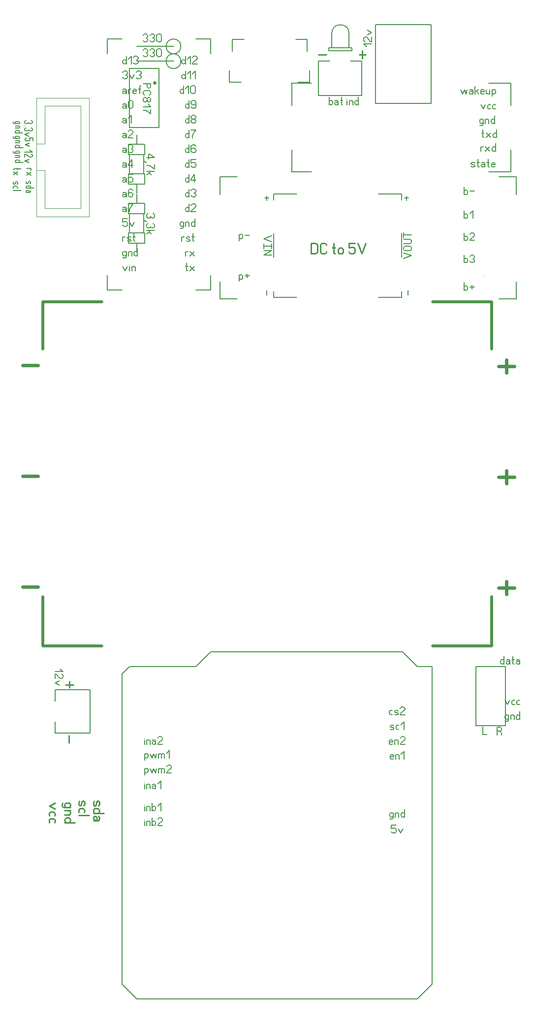
<source format=gbr>
%FSLAX34Y34*%
%MOMM*%
%LNSILK_TOP*%
G71*
G01*
%ADD10C, 0.00*%
%ADD11C, 0.17*%
%ADD12C, 0.20*%
%ADD13C, 0.50*%
%ADD14C, 0.56*%
%ADD15C, 0.22*%
%ADD16C, 0.28*%
%ADD17C, 0.17*%
%ADD18C, 0.22*%
%LPD*%
G54D10*
X43900Y-126600D02*
X43900Y-330600D01*
X133900Y-330600D01*
X133900Y-126600D01*
X43900Y-126600D01*
G54D10*
X43900Y-205600D02*
X57900Y-205600D01*
X57900Y-140600D01*
X119900Y-140600D01*
X119900Y-316600D01*
X57900Y-316600D01*
X57900Y-251600D01*
X43900Y-251600D01*
X43900Y-205600D01*
G54D11*
X26858Y-270250D02*
X26025Y-271583D01*
X26025Y-272917D01*
X26858Y-274250D01*
X28525Y-274250D01*
X29358Y-273583D01*
X30192Y-270917D01*
X31025Y-270250D01*
X32692Y-270250D01*
X33525Y-271583D01*
X33525Y-272917D01*
X32692Y-274250D01*
G54D11*
X26025Y-281950D02*
X39358Y-281950D01*
G54D11*
X31358Y-281950D02*
X33025Y-281283D01*
X33525Y-279950D01*
X33025Y-278617D01*
X31358Y-277950D01*
X28025Y-277950D01*
X26358Y-278617D01*
X26025Y-279950D01*
X26358Y-281283D01*
X28025Y-281950D01*
G54D11*
X32692Y-285650D02*
X33525Y-286983D01*
X33525Y-288583D01*
X31858Y-289650D01*
X26025Y-289650D01*
G54D11*
X28525Y-289650D02*
X30192Y-288983D01*
X30525Y-287650D01*
X30192Y-286317D01*
X28525Y-285650D01*
X26858Y-285917D01*
X26025Y-286983D01*
X26025Y-287650D01*
X26025Y-287917D01*
X26858Y-288983D01*
X28525Y-289650D01*
G54D11*
X26350Y-248225D02*
X33850Y-248225D01*
G54D11*
X32183Y-248225D02*
X33850Y-249558D01*
X33850Y-250892D01*
G54D11*
X33850Y-254625D02*
X26350Y-259958D01*
G54D11*
X26350Y-254625D02*
X33850Y-259958D01*
G54D11*
X34208Y-165450D02*
X35875Y-166117D01*
X36708Y-167450D01*
X36708Y-168783D01*
X35875Y-170117D01*
X34208Y-170783D01*
X32542Y-170783D01*
X30875Y-170117D01*
X30042Y-168783D01*
X29208Y-170117D01*
X27542Y-170783D01*
X25875Y-170783D01*
X24208Y-170117D01*
X23375Y-168783D01*
X23375Y-167450D01*
X24208Y-166117D01*
X25875Y-165450D01*
G54D11*
X23375Y-174450D02*
X23375Y-174450D01*
G54D11*
X34208Y-178150D02*
X35875Y-178817D01*
X36708Y-180150D01*
X36708Y-181483D01*
X35875Y-182817D01*
X34208Y-183483D01*
X32542Y-183483D01*
X30875Y-182817D01*
X30042Y-181483D01*
X29208Y-182817D01*
X27542Y-183483D01*
X25875Y-183483D01*
X24208Y-182817D01*
X23375Y-181483D01*
X23375Y-180150D01*
X24208Y-178817D01*
X25875Y-178150D01*
G54D11*
X30875Y-187150D02*
X23375Y-189817D01*
X30875Y-192483D01*
G54D11*
X37258Y-200733D02*
X37258Y-195400D01*
X31425Y-195400D01*
X31425Y-196067D01*
X32258Y-197400D01*
X32258Y-198733D01*
X31425Y-200067D01*
X29758Y-200733D01*
X26425Y-200733D01*
X24758Y-200067D01*
X23925Y-198733D01*
X23925Y-197400D01*
X24758Y-196067D01*
X26425Y-195400D01*
G54D11*
X31425Y-204400D02*
X23925Y-207067D01*
X31425Y-209733D01*
G54D11*
X4633Y-271012D02*
X3800Y-272346D01*
X3800Y-273679D01*
X4633Y-275012D01*
X6300Y-275012D01*
X7133Y-274346D01*
X7967Y-271679D01*
X8800Y-271012D01*
X10467Y-271012D01*
X11300Y-272346D01*
X11300Y-273679D01*
X10467Y-275012D01*
G54D11*
X10800Y-282046D02*
X11300Y-280712D01*
X10800Y-279379D01*
X9133Y-278712D01*
X5800Y-278712D01*
X4133Y-279379D01*
X3800Y-280712D01*
X4133Y-282046D01*
G54D11*
X3800Y-285712D02*
X17133Y-285712D01*
G54D11*
X17083Y-248546D02*
X4583Y-248546D01*
X3750Y-249212D01*
X4083Y-249879D01*
G54D11*
X11250Y-247212D02*
X11250Y-249879D01*
G54D11*
X11250Y-253612D02*
X3750Y-258946D01*
G54D11*
X3750Y-253612D02*
X11250Y-258946D01*
G54D11*
X4638Y-192462D02*
X3804Y-193796D01*
X3804Y-194729D01*
X4638Y-196062D01*
X6304Y-196462D01*
X14638Y-196462D01*
G54D11*
X12471Y-196462D02*
X14138Y-195796D01*
X14638Y-194462D01*
X14138Y-193129D01*
X12471Y-192462D01*
X9138Y-192462D01*
X7471Y-193129D01*
X7138Y-194462D01*
X7471Y-195796D01*
X9138Y-196462D01*
G54D11*
X7138Y-200162D02*
X14638Y-200162D01*
G54D11*
X12971Y-200162D02*
X14138Y-200829D01*
X14638Y-202162D01*
X14138Y-203496D01*
X12971Y-204162D01*
X7138Y-204162D01*
G54D11*
X7138Y-211862D02*
X20471Y-211862D01*
G54D11*
X12471Y-211862D02*
X14138Y-211196D01*
X14638Y-209862D01*
X14138Y-208529D01*
X12471Y-207862D01*
X9138Y-207862D01*
X7471Y-208529D01*
X7138Y-209862D01*
X7471Y-211196D01*
X9138Y-211862D01*
G54D11*
X4450Y-167062D02*
X3617Y-168396D01*
X3617Y-169329D01*
X4450Y-170662D01*
X6117Y-171062D01*
X14450Y-171062D01*
G54D11*
X12283Y-171062D02*
X13950Y-170396D01*
X14450Y-169062D01*
X13950Y-167729D01*
X12283Y-167062D01*
X8950Y-167062D01*
X7283Y-167729D01*
X6950Y-169062D01*
X7283Y-170396D01*
X8950Y-171062D01*
G54D11*
X6950Y-174762D02*
X14450Y-174762D01*
G54D11*
X12783Y-174762D02*
X13950Y-175429D01*
X14450Y-176762D01*
X13950Y-178096D01*
X12783Y-178762D01*
X6950Y-178762D01*
G54D11*
X6950Y-186462D02*
X20283Y-186462D01*
G54D11*
X12283Y-186462D02*
X13950Y-185796D01*
X14450Y-184462D01*
X13950Y-183129D01*
X12283Y-182462D01*
X8950Y-182462D01*
X7283Y-183129D01*
X6950Y-184462D01*
X7283Y-185796D01*
X8950Y-186462D01*
G54D12*
X204000Y-325600D02*
X204000Y-358600D01*
G54D12*
X228000Y-325600D02*
X228000Y-358600D01*
G54D12*
X202000Y-307600D02*
X202000Y-325600D01*
X230000Y-325600D01*
X230000Y-307600D01*
X202000Y-307600D01*
G54D12*
X202000Y-358600D02*
X202000Y-376600D01*
X230000Y-376600D01*
X230000Y-358600D01*
X202000Y-358600D01*
G54D12*
X215900Y-392100D02*
X215900Y-376500D01*
G54D12*
X215900Y-307600D02*
X215900Y-292100D01*
G54D12*
X204000Y-224000D02*
X204000Y-257000D01*
G54D12*
X228000Y-224000D02*
X228000Y-257000D01*
G54D12*
X202000Y-206000D02*
X202000Y-224000D01*
X230000Y-224000D01*
X230000Y-206000D01*
X202000Y-206000D01*
G54D12*
X202000Y-257000D02*
X202000Y-275000D01*
X230000Y-275000D01*
X230000Y-257000D01*
X202000Y-257000D01*
G54D12*
X215900Y-290500D02*
X215900Y-274900D01*
G54D12*
X215900Y-206000D02*
X215900Y-190500D01*
G54D12*
X380650Y-46400D02*
X380650Y-26400D01*
X400650Y-26400D01*
G54D12*
X489650Y-26400D02*
X509650Y-26400D01*
X509650Y-46400D01*
G54D12*
X375650Y-79400D02*
X375650Y-99400D01*
X395650Y-99400D01*
G54D12*
X493650Y-99400D02*
X513650Y-99400D01*
X513650Y-79400D01*
G54D12*
X698500Y-1676400D02*
X723900Y-1651000D01*
X723900Y-1104900D01*
X698500Y-1104900D01*
X673100Y-1079500D01*
X342900Y-1079500D01*
X317500Y-1104900D01*
X203200Y-1104900D01*
X190500Y-1117600D01*
X190500Y-1651000D01*
G54D12*
X698500Y-1676400D02*
X215900Y-1676400D01*
X190500Y-1651000D01*
G54D11*
X229475Y-1238150D02*
X229475Y-1230650D01*
G54D11*
X229475Y-1228150D02*
X229475Y-1228150D01*
G54D11*
X233175Y-1238150D02*
X233175Y-1230650D01*
G54D11*
X233175Y-1232317D02*
X234175Y-1231150D01*
X236175Y-1230650D01*
X238175Y-1231150D01*
X239175Y-1232317D01*
X239175Y-1238150D01*
G54D11*
X242875Y-1231483D02*
X244875Y-1230650D01*
X247275Y-1230650D01*
X248875Y-1232317D01*
X248875Y-1238150D01*
G54D11*
X248875Y-1235650D02*
X247875Y-1233983D01*
X245875Y-1233650D01*
X243875Y-1233983D01*
X242875Y-1235650D01*
X243275Y-1237317D01*
X244875Y-1238150D01*
X245875Y-1238150D01*
X246275Y-1238150D01*
X247875Y-1237317D01*
X248875Y-1235650D01*
G54D11*
X260575Y-1238150D02*
X252575Y-1238150D01*
X252575Y-1237317D01*
X253575Y-1235650D01*
X259575Y-1230650D01*
X260575Y-1228983D01*
X260575Y-1227317D01*
X259575Y-1225650D01*
X257575Y-1224817D01*
X255575Y-1224817D01*
X253575Y-1225650D01*
X252575Y-1227317D01*
G54D11*
X229475Y-1254400D02*
X229475Y-1265233D01*
G54D11*
X229475Y-1259400D02*
X230475Y-1261567D01*
X232475Y-1261900D01*
X234475Y-1261567D01*
X235475Y-1259900D01*
X235475Y-1256567D01*
X234475Y-1254900D01*
X232475Y-1254400D01*
X230475Y-1254900D01*
X229475Y-1256900D01*
G54D11*
X239175Y-1254400D02*
X242175Y-1261900D01*
X245175Y-1254400D01*
X248175Y-1261900D01*
X250175Y-1254400D01*
G54D11*
X253875Y-1261900D02*
X253875Y-1254400D01*
G54D11*
X253875Y-1255733D02*
X255875Y-1254400D01*
X257875Y-1254900D01*
X258875Y-1256067D01*
X258875Y-1261900D01*
G54D11*
X258875Y-1255733D02*
X260875Y-1254400D01*
X262875Y-1254900D01*
X263875Y-1256067D01*
X263875Y-1261900D01*
G54D11*
X267575Y-1253567D02*
X272575Y-1248567D01*
X272575Y-1261900D01*
G54D11*
X229475Y-1279800D02*
X229475Y-1290633D01*
G54D11*
X229475Y-1284800D02*
X230475Y-1286967D01*
X232475Y-1287300D01*
X234475Y-1286967D01*
X235475Y-1285300D01*
X235475Y-1281967D01*
X234475Y-1280300D01*
X232475Y-1279800D01*
X230475Y-1280300D01*
X229475Y-1282300D01*
G54D11*
X239175Y-1279800D02*
X242175Y-1287300D01*
X245175Y-1279800D01*
X248175Y-1287300D01*
X250175Y-1279800D01*
G54D11*
X253875Y-1287300D02*
X253875Y-1279800D01*
G54D11*
X253875Y-1281133D02*
X255875Y-1279800D01*
X257875Y-1280300D01*
X258875Y-1281467D01*
X258875Y-1287300D01*
G54D11*
X258875Y-1281133D02*
X260875Y-1279800D01*
X262875Y-1280300D01*
X263875Y-1281467D01*
X263875Y-1287300D01*
G54D11*
X275575Y-1287300D02*
X267575Y-1287300D01*
X267575Y-1286467D01*
X268575Y-1284800D01*
X274575Y-1279800D01*
X275575Y-1278133D01*
X275575Y-1276467D01*
X274575Y-1274800D01*
X272575Y-1273967D01*
X270575Y-1273967D01*
X268575Y-1274800D01*
X267575Y-1276467D01*
G54D11*
X229475Y-1314350D02*
X229475Y-1306850D01*
G54D11*
X229475Y-1304350D02*
X229475Y-1304350D01*
G54D11*
X233175Y-1314350D02*
X233175Y-1306850D01*
G54D11*
X233175Y-1308517D02*
X234175Y-1307350D01*
X236175Y-1306850D01*
X238175Y-1307350D01*
X239175Y-1308517D01*
X239175Y-1314350D01*
G54D11*
X242875Y-1307683D02*
X244875Y-1306850D01*
X247275Y-1306850D01*
X248875Y-1308517D01*
X248875Y-1314350D01*
G54D11*
X248875Y-1311850D02*
X247875Y-1310183D01*
X245875Y-1309850D01*
X243875Y-1310183D01*
X242875Y-1311850D01*
X243275Y-1313517D01*
X244875Y-1314350D01*
X245875Y-1314350D01*
X246275Y-1314350D01*
X247875Y-1313517D01*
X248875Y-1311850D01*
G54D11*
X252575Y-1306017D02*
X257575Y-1301017D01*
X257575Y-1314350D01*
G54D11*
X229475Y-1352450D02*
X229475Y-1344950D01*
G54D11*
X229475Y-1342450D02*
X229475Y-1342450D01*
G54D11*
X233175Y-1352450D02*
X233175Y-1344950D01*
G54D11*
X233175Y-1346617D02*
X234175Y-1345450D01*
X236175Y-1344950D01*
X238175Y-1345450D01*
X239175Y-1346617D01*
X239175Y-1352450D01*
G54D11*
X242875Y-1352450D02*
X242875Y-1339117D01*
G54D11*
X242875Y-1347117D02*
X243875Y-1345450D01*
X245875Y-1344950D01*
X247875Y-1345450D01*
X248875Y-1347117D01*
X248875Y-1350450D01*
X247875Y-1352117D01*
X245875Y-1352450D01*
X243875Y-1352117D01*
X242875Y-1350450D01*
G54D11*
X252575Y-1344117D02*
X257575Y-1339117D01*
X257575Y-1352450D01*
G54D11*
X229475Y-1377850D02*
X229475Y-1370350D01*
G54D11*
X229475Y-1367850D02*
X229475Y-1367850D01*
G54D11*
X233175Y-1377850D02*
X233175Y-1370350D01*
G54D11*
X233175Y-1372017D02*
X234175Y-1370850D01*
X236175Y-1370350D01*
X238175Y-1370850D01*
X239175Y-1372017D01*
X239175Y-1377850D01*
G54D11*
X242875Y-1377850D02*
X242875Y-1364517D01*
G54D11*
X242875Y-1372517D02*
X243875Y-1370850D01*
X245875Y-1370350D01*
X247875Y-1370850D01*
X248875Y-1372517D01*
X248875Y-1375850D01*
X247875Y-1377517D01*
X245875Y-1377850D01*
X243875Y-1377517D01*
X242875Y-1375850D01*
G54D11*
X260575Y-1377850D02*
X252575Y-1377850D01*
X252575Y-1377017D01*
X253575Y-1375350D01*
X259575Y-1370350D01*
X260575Y-1368683D01*
X260575Y-1367017D01*
X259575Y-1365350D01*
X257575Y-1364517D01*
X255575Y-1364517D01*
X253575Y-1365350D01*
X252575Y-1367017D01*
G54D11*
X657925Y-1262717D02*
X656325Y-1263550D01*
X654325Y-1263550D01*
X652325Y-1262717D01*
X651925Y-1261050D01*
X651925Y-1258217D01*
X652925Y-1256550D01*
X654925Y-1256050D01*
X656925Y-1256550D01*
X657925Y-1257717D01*
X657925Y-1259383D01*
X651925Y-1259383D01*
G54D11*
X661625Y-1263550D02*
X661625Y-1256050D01*
G54D11*
X661625Y-1257717D02*
X662625Y-1256550D01*
X664625Y-1256050D01*
X666625Y-1256550D01*
X667625Y-1257717D01*
X667625Y-1263550D01*
G54D11*
X671325Y-1255217D02*
X676325Y-1250217D01*
X676325Y-1263550D01*
G54D11*
X656425Y-1237317D02*
X654825Y-1238150D01*
X652825Y-1238150D01*
X650825Y-1237317D01*
X650425Y-1235650D01*
X650425Y-1232817D01*
X651425Y-1231150D01*
X653425Y-1230650D01*
X655425Y-1231150D01*
X656425Y-1232317D01*
X656425Y-1233983D01*
X650425Y-1233983D01*
G54D11*
X660125Y-1238150D02*
X660125Y-1230650D01*
G54D11*
X660125Y-1232317D02*
X661125Y-1231150D01*
X663125Y-1230650D01*
X665125Y-1231150D01*
X666125Y-1232317D01*
X666125Y-1238150D01*
G54D11*
X677825Y-1238150D02*
X669825Y-1238150D01*
X669825Y-1237317D01*
X670825Y-1235650D01*
X676825Y-1230650D01*
X677825Y-1228983D01*
X677825Y-1227317D01*
X676825Y-1225650D01*
X674825Y-1224817D01*
X672825Y-1224817D01*
X670825Y-1225650D01*
X669825Y-1227317D01*
G54D11*
X652425Y-1211917D02*
X654425Y-1212750D01*
X656425Y-1212750D01*
X658425Y-1211917D01*
X658425Y-1210250D01*
X657425Y-1209417D01*
X653425Y-1208583D01*
X652425Y-1207750D01*
X652425Y-1206083D01*
X654425Y-1205250D01*
X656425Y-1205250D01*
X658425Y-1206083D01*
G54D11*
X667125Y-1205750D02*
X665125Y-1205250D01*
X663125Y-1205750D01*
X662125Y-1207417D01*
X662125Y-1210750D01*
X663125Y-1212417D01*
X665125Y-1212750D01*
X667125Y-1212417D01*
G54D11*
X670825Y-1204417D02*
X675825Y-1199417D01*
X675825Y-1212750D01*
G54D11*
X655925Y-1180350D02*
X653925Y-1179850D01*
X651925Y-1180350D01*
X650925Y-1182017D01*
X650925Y-1185350D01*
X651925Y-1187017D01*
X653925Y-1187350D01*
X655925Y-1187017D01*
G54D11*
X659625Y-1186517D02*
X661625Y-1187350D01*
X663625Y-1187350D01*
X665625Y-1186517D01*
X665625Y-1184850D01*
X664625Y-1184017D01*
X660625Y-1183183D01*
X659625Y-1182350D01*
X659625Y-1180683D01*
X661625Y-1179850D01*
X663625Y-1179850D01*
X665625Y-1180683D01*
G54D11*
X677325Y-1187350D02*
X669325Y-1187350D01*
X669325Y-1186517D01*
X670325Y-1184850D01*
X676325Y-1179850D01*
X677325Y-1178183D01*
X677325Y-1176517D01*
X676325Y-1174850D01*
X674325Y-1174017D01*
X672325Y-1174017D01*
X670325Y-1174850D01*
X669325Y-1176517D01*
G54D11*
X662275Y-1377217D02*
X654275Y-1377217D01*
X654275Y-1383050D01*
X655275Y-1383050D01*
X657275Y-1382217D01*
X659275Y-1382217D01*
X661275Y-1383050D01*
X662275Y-1384717D01*
X662275Y-1388050D01*
X661275Y-1389717D01*
X659275Y-1390550D01*
X657275Y-1390550D01*
X655275Y-1389717D01*
X654275Y-1388050D01*
G54D11*
X665975Y-1383050D02*
X669975Y-1390550D01*
X673975Y-1383050D01*
G54D11*
X651425Y-1365950D02*
X653425Y-1366783D01*
X654825Y-1366783D01*
X656825Y-1365950D01*
X657425Y-1364283D01*
X657425Y-1355950D01*
G54D11*
X657425Y-1358117D02*
X656425Y-1356450D01*
X654425Y-1355950D01*
X652425Y-1356450D01*
X651425Y-1358117D01*
X651425Y-1361450D01*
X652425Y-1363117D01*
X654425Y-1363450D01*
X656425Y-1363117D01*
X657425Y-1361450D01*
G54D11*
X661125Y-1363450D02*
X661125Y-1355950D01*
G54D11*
X661125Y-1357617D02*
X662125Y-1356450D01*
X664125Y-1355950D01*
X666125Y-1356450D01*
X667125Y-1357617D01*
X667125Y-1363450D01*
G54D11*
X676825Y-1363450D02*
X676825Y-1350117D01*
G54D11*
X676825Y-1358117D02*
X675825Y-1356450D01*
X673825Y-1355950D01*
X671825Y-1356450D01*
X670825Y-1358117D01*
X670825Y-1361450D01*
X671825Y-1363117D01*
X673825Y-1363450D01*
X675825Y-1363117D01*
X676825Y-1361450D01*
G54D12*
X859600Y-139700D02*
X859600Y-101600D01*
X821500Y-101600D01*
G54D12*
X859600Y-215900D02*
X859600Y-254000D01*
X821500Y-254000D01*
G54D12*
X516700Y-254000D02*
X482569Y-254000D01*
G54D12*
X516700Y-101600D02*
X482569Y-101600D01*
G54D12*
X483362Y-252412D02*
X483362Y-215900D01*
G54D12*
X483362Y-101600D02*
X483362Y-139700D01*
G54D11*
X791575Y-244404D02*
X793575Y-245238D01*
X795575Y-245238D01*
X797575Y-244404D01*
X797575Y-242738D01*
X796575Y-241904D01*
X792575Y-241071D01*
X791575Y-240238D01*
X791575Y-238571D01*
X793575Y-237738D01*
X795575Y-237738D01*
X797575Y-238571D01*
G54D11*
X803275Y-231904D02*
X803275Y-244404D01*
X804275Y-245238D01*
X805275Y-244904D01*
G54D11*
X801275Y-237738D02*
X805275Y-237738D01*
G54D11*
X808975Y-238571D02*
X810975Y-237738D01*
X813375Y-237738D01*
X814975Y-239404D01*
X814975Y-245238D01*
G54D11*
X814975Y-242738D02*
X813975Y-241071D01*
X811975Y-240738D01*
X809975Y-241071D01*
X808975Y-242738D01*
X809375Y-244404D01*
X810975Y-245238D01*
X811975Y-245238D01*
X812375Y-245238D01*
X813975Y-244404D01*
X814975Y-242738D01*
G54D11*
X820675Y-231904D02*
X820675Y-244404D01*
X821675Y-245238D01*
X822675Y-244904D01*
G54D11*
X818675Y-237738D02*
X822675Y-237738D01*
G54D11*
X832375Y-244404D02*
X830775Y-245238D01*
X828775Y-245238D01*
X826775Y-244404D01*
X826375Y-242738D01*
X826375Y-239904D01*
X827375Y-238238D01*
X829375Y-237738D01*
X831375Y-238238D01*
X832375Y-239404D01*
X832375Y-241071D01*
X826375Y-241071D01*
G54D11*
X773825Y-112225D02*
X776825Y-119725D01*
X779825Y-112225D01*
X782825Y-119725D01*
X784825Y-112225D01*
G54D11*
X788525Y-113058D02*
X790525Y-112225D01*
X792925Y-112225D01*
X794525Y-113892D01*
X794525Y-119725D01*
G54D11*
X794525Y-117225D02*
X793525Y-115558D01*
X791525Y-115225D01*
X789525Y-115558D01*
X788525Y-117225D01*
X788925Y-118892D01*
X790525Y-119725D01*
X791525Y-119725D01*
X791925Y-119725D01*
X793525Y-118892D01*
X794525Y-117225D01*
G54D11*
X798225Y-119725D02*
X798225Y-106392D01*
G54D11*
X801225Y-114725D02*
X804225Y-119725D01*
G54D11*
X798225Y-116392D02*
X804225Y-112225D01*
G54D11*
X813925Y-118892D02*
X812325Y-119725D01*
X810325Y-119725D01*
X808325Y-118892D01*
X807925Y-117225D01*
X807925Y-114392D01*
X808925Y-112725D01*
X810925Y-112225D01*
X812925Y-112725D01*
X813925Y-113892D01*
X813925Y-115558D01*
X807925Y-115558D01*
G54D11*
X823625Y-112225D02*
X823625Y-119725D01*
G54D11*
X823625Y-118058D02*
X822625Y-119392D01*
X820625Y-119725D01*
X818625Y-119392D01*
X817625Y-118058D01*
X817625Y-112225D01*
G54D11*
X827325Y-112225D02*
X827325Y-123058D01*
G54D11*
X827325Y-117225D02*
X828325Y-119392D01*
X830325Y-119725D01*
X832325Y-119392D01*
X833325Y-117725D01*
X833325Y-114392D01*
X832325Y-112725D01*
X830325Y-112225D01*
X828325Y-112725D01*
X827325Y-114725D01*
G54D11*
X807975Y-138000D02*
X811975Y-145500D01*
X815975Y-138000D01*
G54D11*
X824675Y-138500D02*
X822675Y-138000D01*
X820675Y-138500D01*
X819675Y-140167D01*
X819675Y-143500D01*
X820675Y-145167D01*
X822675Y-145500D01*
X824675Y-145167D01*
G54D11*
X833375Y-138500D02*
X831375Y-138000D01*
X829375Y-138500D01*
X828375Y-140167D01*
X828375Y-143500D01*
X829375Y-145167D01*
X831375Y-145500D01*
X833375Y-145167D01*
G54D11*
X806362Y-173012D02*
X808362Y-173846D01*
X809762Y-173846D01*
X811762Y-173012D01*
X812362Y-171346D01*
X812362Y-163012D01*
G54D11*
X812362Y-165179D02*
X811362Y-163512D01*
X809362Y-163012D01*
X807362Y-163512D01*
X806362Y-165179D01*
X806362Y-168512D01*
X807362Y-170179D01*
X809362Y-170512D01*
X811362Y-170179D01*
X812362Y-168512D01*
G54D11*
X816062Y-170512D02*
X816062Y-163012D01*
G54D11*
X816062Y-164679D02*
X817062Y-163512D01*
X819062Y-163012D01*
X821062Y-163512D01*
X822062Y-164679D01*
X822062Y-170512D01*
G54D11*
X831762Y-170512D02*
X831762Y-157179D01*
G54D11*
X831762Y-165179D02*
X830762Y-163512D01*
X828762Y-163012D01*
X826762Y-163512D01*
X825762Y-165179D01*
X825762Y-168512D01*
X826762Y-170179D01*
X828762Y-170512D01*
X830762Y-170179D01*
X831762Y-168512D01*
G54D11*
X811588Y-181104D02*
X811588Y-193604D01*
X812588Y-194438D01*
X813588Y-194104D01*
G54D11*
X809588Y-186938D02*
X813588Y-186938D01*
G54D11*
X817288Y-186938D02*
X825288Y-194438D01*
G54D11*
X817288Y-194438D02*
X825288Y-186938D01*
G54D11*
X834988Y-194438D02*
X834988Y-181104D01*
G54D11*
X834988Y-189104D02*
X833988Y-187438D01*
X831988Y-186938D01*
X829988Y-187438D01*
X828988Y-189104D01*
X828988Y-192438D01*
X829988Y-194104D01*
X831988Y-194438D01*
X833988Y-194104D01*
X834988Y-192438D01*
G54D11*
X808025Y-218250D02*
X808025Y-210750D01*
G54D11*
X808025Y-212417D02*
X810025Y-210750D01*
X812025Y-210750D01*
G54D11*
X815725Y-210750D02*
X823725Y-218250D01*
G54D11*
X815725Y-218250D02*
X823725Y-210750D01*
G54D11*
X833425Y-218250D02*
X833425Y-204917D01*
G54D11*
X833425Y-212917D02*
X832425Y-211250D01*
X830425Y-210750D01*
X828425Y-211250D01*
X827425Y-212917D01*
X827425Y-216250D01*
X828425Y-217917D01*
X830425Y-218250D01*
X832425Y-217917D01*
X833425Y-216250D01*
G54D11*
X302075Y-410492D02*
X302075Y-422992D01*
X303075Y-423825D01*
X304075Y-423492D01*
G54D11*
X300075Y-416325D02*
X304075Y-416325D01*
G54D11*
X307775Y-416325D02*
X315775Y-423825D01*
G54D11*
X307775Y-423825D02*
X315775Y-416325D01*
G54D11*
X300075Y-398425D02*
X300075Y-390925D01*
G54D11*
X300075Y-392592D02*
X302075Y-390925D01*
X304075Y-390925D01*
G54D11*
X307775Y-390925D02*
X315775Y-398425D01*
G54D11*
X307775Y-398425D02*
X315775Y-390925D01*
G54D11*
X293725Y-373025D02*
X293725Y-365525D01*
G54D11*
X293725Y-367192D02*
X295725Y-365525D01*
X297725Y-365525D01*
G54D11*
X301425Y-372192D02*
X303425Y-373025D01*
X305425Y-373025D01*
X307425Y-372192D01*
X307425Y-370525D01*
X306425Y-369692D01*
X302425Y-368858D01*
X301425Y-368025D01*
X301425Y-366358D01*
X303425Y-365525D01*
X305425Y-365525D01*
X307425Y-366358D01*
G54D11*
X313125Y-359692D02*
X313125Y-372192D01*
X314125Y-373025D01*
X315125Y-372692D01*
G54D11*
X311125Y-365525D02*
X315125Y-365525D01*
G54D11*
X290550Y-350000D02*
X292550Y-350833D01*
X293950Y-350833D01*
X295950Y-350000D01*
X296550Y-348333D01*
X296550Y-340000D01*
G54D11*
X296550Y-342167D02*
X295550Y-340500D01*
X293550Y-340000D01*
X291550Y-340500D01*
X290550Y-342167D01*
X290550Y-345500D01*
X291550Y-347167D01*
X293550Y-347500D01*
X295550Y-347167D01*
X296550Y-345500D01*
G54D11*
X300250Y-347500D02*
X300250Y-340000D01*
G54D11*
X300250Y-341667D02*
X301250Y-340500D01*
X303250Y-340000D01*
X305250Y-340500D01*
X306250Y-341667D01*
X306250Y-347500D01*
G54D11*
X315950Y-347500D02*
X315950Y-334167D01*
G54D11*
X315950Y-342167D02*
X314950Y-340500D01*
X312950Y-340000D01*
X310950Y-340500D01*
X309950Y-342167D01*
X309950Y-345500D01*
X310950Y-347167D01*
X312950Y-347500D01*
X314950Y-347167D01*
X315950Y-345500D01*
G54D11*
X306075Y-322225D02*
X306075Y-308892D01*
G54D11*
X306075Y-316892D02*
X305075Y-315225D01*
X303075Y-314725D01*
X301075Y-315225D01*
X300075Y-316892D01*
X300075Y-320225D01*
X301075Y-321892D01*
X303075Y-322225D01*
X305075Y-321892D01*
X306075Y-320225D01*
G54D11*
X317775Y-322225D02*
X309775Y-322225D01*
X309775Y-321392D01*
X310775Y-319725D01*
X316775Y-314725D01*
X317775Y-313058D01*
X317775Y-311392D01*
X316775Y-309725D01*
X314775Y-308892D01*
X312775Y-308892D01*
X310775Y-309725D01*
X309775Y-311392D01*
G54D11*
X306075Y-296825D02*
X306075Y-283492D01*
G54D11*
X306075Y-291492D02*
X305075Y-289825D01*
X303075Y-289325D01*
X301075Y-289825D01*
X300075Y-291492D01*
X300075Y-294825D01*
X301075Y-296492D01*
X303075Y-296825D01*
X305075Y-296492D01*
X306075Y-294825D01*
G54D11*
X309775Y-285992D02*
X310775Y-284325D01*
X312775Y-283492D01*
X314775Y-283492D01*
X316775Y-284325D01*
X317775Y-285992D01*
X317775Y-287658D01*
X316775Y-289325D01*
X314775Y-290158D01*
X316775Y-290992D01*
X317775Y-292658D01*
X317775Y-294325D01*
X316775Y-295992D01*
X314775Y-296825D01*
X312775Y-296825D01*
X310775Y-295992D01*
X309775Y-294325D01*
G54D11*
X306075Y-271425D02*
X306075Y-258092D01*
G54D11*
X306075Y-266092D02*
X305075Y-264425D01*
X303075Y-263925D01*
X301075Y-264425D01*
X300075Y-266092D01*
X300075Y-269425D01*
X301075Y-271092D01*
X303075Y-271425D01*
X305075Y-271092D01*
X306075Y-269425D01*
G54D11*
X315775Y-271425D02*
X315775Y-258092D01*
X309775Y-266425D01*
X309775Y-268092D01*
X317775Y-268092D01*
G54D11*
X306075Y-246025D02*
X306075Y-232692D01*
G54D11*
X306075Y-240692D02*
X305075Y-239025D01*
X303075Y-238525D01*
X301075Y-239025D01*
X300075Y-240692D01*
X300075Y-244025D01*
X301075Y-245692D01*
X303075Y-246025D01*
X305075Y-245692D01*
X306075Y-244025D01*
G54D11*
X317775Y-232692D02*
X309775Y-232692D01*
X309775Y-238525D01*
X310775Y-238525D01*
X312775Y-237692D01*
X314775Y-237692D01*
X316775Y-238525D01*
X317775Y-240192D01*
X317775Y-243525D01*
X316775Y-245192D01*
X314775Y-246025D01*
X312775Y-246025D01*
X310775Y-245192D01*
X309775Y-243525D01*
G54D11*
X306075Y-220625D02*
X306075Y-207292D01*
G54D11*
X306075Y-215292D02*
X305075Y-213625D01*
X303075Y-213125D01*
X301075Y-213625D01*
X300075Y-215292D01*
X300075Y-218625D01*
X301075Y-220292D01*
X303075Y-220625D01*
X305075Y-220292D01*
X306075Y-218625D01*
G54D11*
X317775Y-209792D02*
X316775Y-208125D01*
X314775Y-207292D01*
X312775Y-207292D01*
X310775Y-208125D01*
X309775Y-209792D01*
X309775Y-213958D01*
X309775Y-214792D01*
X312775Y-213125D01*
X314775Y-213125D01*
X316775Y-213958D01*
X317775Y-215625D01*
X317775Y-218125D01*
X316775Y-219792D01*
X314775Y-220625D01*
X312775Y-220625D01*
X310775Y-219792D01*
X309775Y-218125D01*
X309775Y-213958D01*
G54D11*
X306075Y-195225D02*
X306075Y-181892D01*
G54D11*
X306075Y-189892D02*
X305075Y-188225D01*
X303075Y-187725D01*
X301075Y-188225D01*
X300075Y-189892D01*
X300075Y-193225D01*
X301075Y-194892D01*
X303075Y-195225D01*
X305075Y-194892D01*
X306075Y-193225D01*
G54D11*
X309775Y-181892D02*
X317775Y-181892D01*
X316775Y-183558D01*
X314775Y-186058D01*
X312775Y-189392D01*
X311775Y-191892D01*
X311775Y-195225D01*
G54D11*
X306075Y-169825D02*
X306075Y-156492D01*
G54D11*
X306075Y-164492D02*
X305075Y-162825D01*
X303075Y-162325D01*
X301075Y-162825D01*
X300075Y-164492D01*
X300075Y-167825D01*
X301075Y-169492D01*
X303075Y-169825D01*
X305075Y-169492D01*
X306075Y-167825D01*
G54D11*
X314775Y-163158D02*
X312775Y-163158D01*
X310775Y-162325D01*
X309775Y-160658D01*
X309775Y-158992D01*
X310775Y-157325D01*
X312775Y-156492D01*
X314775Y-156492D01*
X316775Y-157325D01*
X317775Y-158992D01*
X317775Y-160658D01*
X316775Y-162325D01*
X314775Y-163158D01*
X316775Y-163992D01*
X317775Y-165658D01*
X317775Y-167325D01*
X316775Y-168992D01*
X314775Y-169825D01*
X312775Y-169825D01*
X310775Y-168992D01*
X309775Y-167325D01*
X309775Y-165658D01*
X310775Y-163992D01*
X312775Y-163158D01*
G54D11*
X306075Y-144425D02*
X306075Y-131092D01*
G54D11*
X306075Y-139092D02*
X305075Y-137425D01*
X303075Y-136925D01*
X301075Y-137425D01*
X300075Y-139092D01*
X300075Y-142425D01*
X301075Y-144092D01*
X303075Y-144425D01*
X305075Y-144092D01*
X306075Y-142425D01*
G54D11*
X309775Y-141925D02*
X310775Y-143592D01*
X312775Y-144425D01*
X314775Y-144425D01*
X316775Y-143592D01*
X317775Y-141925D01*
X317775Y-137758D01*
X317775Y-136925D01*
X314775Y-138592D01*
X312775Y-138592D01*
X310775Y-137758D01*
X309775Y-136092D01*
X309775Y-133592D01*
X310775Y-131925D01*
X312775Y-131092D01*
X314775Y-131092D01*
X316775Y-131925D01*
X317775Y-133592D01*
X317775Y-137758D01*
G54D11*
X296550Y-119025D02*
X296550Y-105692D01*
G54D11*
X296550Y-113692D02*
X295550Y-112025D01*
X293550Y-111525D01*
X291550Y-112025D01*
X290550Y-113692D01*
X290550Y-117025D01*
X291550Y-118692D01*
X293550Y-119025D01*
X295550Y-118692D01*
X296550Y-117025D01*
G54D11*
X300250Y-110692D02*
X305250Y-105692D01*
X305250Y-119025D01*
G54D11*
X316950Y-108192D02*
X316950Y-116525D01*
X315950Y-118192D01*
X313950Y-119025D01*
X311950Y-119025D01*
X309950Y-118192D01*
X308950Y-116525D01*
X308950Y-108192D01*
X309950Y-106525D01*
X311950Y-105692D01*
X313950Y-105692D01*
X315950Y-106525D01*
X316950Y-108192D01*
G54D11*
X299725Y-93625D02*
X299725Y-80292D01*
G54D11*
X299725Y-88292D02*
X298725Y-86625D01*
X296725Y-86125D01*
X294725Y-86625D01*
X293725Y-88292D01*
X293725Y-91625D01*
X294725Y-93292D01*
X296725Y-93625D01*
X298725Y-93292D01*
X299725Y-91625D01*
G54D11*
X303425Y-85292D02*
X308425Y-80292D01*
X308425Y-93625D01*
G54D11*
X312125Y-85292D02*
X317125Y-80292D01*
X317125Y-93625D01*
G54D11*
X299725Y-68225D02*
X299725Y-54892D01*
G54D11*
X299725Y-62892D02*
X298725Y-61225D01*
X296725Y-60725D01*
X294725Y-61225D01*
X293725Y-62892D01*
X293725Y-66225D01*
X294725Y-67892D01*
X296725Y-68225D01*
X298725Y-67892D01*
X299725Y-66225D01*
G54D11*
X303425Y-59892D02*
X308425Y-54892D01*
X308425Y-68225D01*
G54D11*
X320125Y-68225D02*
X312125Y-68225D01*
X312125Y-67392D01*
X313125Y-65725D01*
X319125Y-60725D01*
X320125Y-59058D01*
X320125Y-57392D01*
X319125Y-55725D01*
X317125Y-54892D01*
X315125Y-54892D01*
X313125Y-55725D01*
X312125Y-57392D01*
G54D11*
X192125Y-416325D02*
X196125Y-423825D01*
X200125Y-416325D01*
G54D11*
X203825Y-423825D02*
X203825Y-416325D01*
G54D11*
X203825Y-413825D02*
X203825Y-413825D01*
G54D11*
X207525Y-423825D02*
X207525Y-416325D01*
G54D11*
X207525Y-417992D02*
X208525Y-416825D01*
X210525Y-416325D01*
X212525Y-416825D01*
X213525Y-417992D01*
X213525Y-423825D01*
G54D11*
X192125Y-400800D02*
X194125Y-401633D01*
X195525Y-401633D01*
X197525Y-400800D01*
X198125Y-399133D01*
X198125Y-390800D01*
G54D11*
X198125Y-392967D02*
X197125Y-391300D01*
X195125Y-390800D01*
X193125Y-391300D01*
X192125Y-392967D01*
X192125Y-396300D01*
X193125Y-397967D01*
X195125Y-398300D01*
X197125Y-397967D01*
X198125Y-396300D01*
G54D11*
X201825Y-398300D02*
X201825Y-390800D01*
G54D11*
X201825Y-392467D02*
X202825Y-391300D01*
X204825Y-390800D01*
X206825Y-391300D01*
X207825Y-392467D01*
X207825Y-398300D01*
G54D11*
X217525Y-398300D02*
X217525Y-384967D01*
G54D11*
X217525Y-392967D02*
X216525Y-391300D01*
X214525Y-390800D01*
X212525Y-391300D01*
X211525Y-392967D01*
X211525Y-396300D01*
X212525Y-397967D01*
X214525Y-398300D01*
X216525Y-397967D01*
X217525Y-396300D01*
G54D11*
X192125Y-373025D02*
X192125Y-365525D01*
G54D11*
X192125Y-367192D02*
X194125Y-365525D01*
X196125Y-365525D01*
G54D11*
X199825Y-372192D02*
X201825Y-373025D01*
X203825Y-373025D01*
X205825Y-372192D01*
X205825Y-370525D01*
X204825Y-369692D01*
X200825Y-368858D01*
X199825Y-368025D01*
X199825Y-366358D01*
X201825Y-365525D01*
X203825Y-365525D01*
X205825Y-366358D01*
G54D11*
X211525Y-359692D02*
X211525Y-372192D01*
X212525Y-373025D01*
X213525Y-372692D01*
G54D11*
X209525Y-365525D02*
X213525Y-365525D01*
G54D11*
X200125Y-334292D02*
X192125Y-334292D01*
X192125Y-340125D01*
X193125Y-340125D01*
X195125Y-339292D01*
X197125Y-339292D01*
X199125Y-340125D01*
X200125Y-341792D01*
X200125Y-345125D01*
X199125Y-346792D01*
X197125Y-347625D01*
X195125Y-347625D01*
X193125Y-346792D01*
X192125Y-345125D01*
G54D11*
X203825Y-340125D02*
X207825Y-347625D01*
X211825Y-340125D01*
G54D11*
X192125Y-315558D02*
X194125Y-314725D01*
X196525Y-314725D01*
X198125Y-316392D01*
X198125Y-322225D01*
G54D11*
X198125Y-319725D02*
X197125Y-318058D01*
X195125Y-317725D01*
X193125Y-318058D01*
X192125Y-319725D01*
X192525Y-321392D01*
X194125Y-322225D01*
X195125Y-322225D01*
X195525Y-322225D01*
X197125Y-321392D01*
X198125Y-319725D01*
G54D11*
X201825Y-308892D02*
X209825Y-308892D01*
X208825Y-310558D01*
X206825Y-313058D01*
X204825Y-316392D01*
X203825Y-318892D01*
X203825Y-322225D01*
G54D11*
X192125Y-290158D02*
X194125Y-289325D01*
X196525Y-289325D01*
X198125Y-290992D01*
X198125Y-296825D01*
G54D11*
X198125Y-294325D02*
X197125Y-292658D01*
X195125Y-292325D01*
X193125Y-292658D01*
X192125Y-294325D01*
X192525Y-295992D01*
X194125Y-296825D01*
X195125Y-296825D01*
X195525Y-296825D01*
X197125Y-295992D01*
X198125Y-294325D01*
G54D11*
X209825Y-285992D02*
X208825Y-284325D01*
X206825Y-283492D01*
X204825Y-283492D01*
X202825Y-284325D01*
X201825Y-285992D01*
X201825Y-290158D01*
X201825Y-290992D01*
X204825Y-289325D01*
X206825Y-289325D01*
X208825Y-290158D01*
X209825Y-291825D01*
X209825Y-294325D01*
X208825Y-295992D01*
X206825Y-296825D01*
X204825Y-296825D01*
X202825Y-295992D01*
X201825Y-294325D01*
X201825Y-290158D01*
G54D11*
X192125Y-264758D02*
X194125Y-263925D01*
X196525Y-263925D01*
X198125Y-265592D01*
X198125Y-271425D01*
G54D11*
X198125Y-268925D02*
X197125Y-267258D01*
X195125Y-266925D01*
X193125Y-267258D01*
X192125Y-268925D01*
X192525Y-270592D01*
X194125Y-271425D01*
X195125Y-271425D01*
X195525Y-271425D01*
X197125Y-270592D01*
X198125Y-268925D01*
G54D11*
X209825Y-258092D02*
X201825Y-258092D01*
X201825Y-263925D01*
X202825Y-263925D01*
X204825Y-263092D01*
X206825Y-263092D01*
X208825Y-263925D01*
X209825Y-265592D01*
X209825Y-268925D01*
X208825Y-270592D01*
X206825Y-271425D01*
X204825Y-271425D01*
X202825Y-270592D01*
X201825Y-268925D01*
G54D11*
X192125Y-239358D02*
X194125Y-238525D01*
X196525Y-238525D01*
X198125Y-240192D01*
X198125Y-246025D01*
G54D11*
X198125Y-243525D02*
X197125Y-241858D01*
X195125Y-241525D01*
X193125Y-241858D01*
X192125Y-243525D01*
X192525Y-245192D01*
X194125Y-246025D01*
X195125Y-246025D01*
X195525Y-246025D01*
X197125Y-245192D01*
X198125Y-243525D01*
G54D11*
X207825Y-246025D02*
X207825Y-232692D01*
X201825Y-241025D01*
X201825Y-242692D01*
X209825Y-242692D01*
G54D11*
X192125Y-213958D02*
X194125Y-213125D01*
X196525Y-213125D01*
X198125Y-214792D01*
X198125Y-220625D01*
G54D11*
X198125Y-218125D02*
X197125Y-216458D01*
X195125Y-216125D01*
X193125Y-216458D01*
X192125Y-218125D01*
X192525Y-219792D01*
X194125Y-220625D01*
X195125Y-220625D01*
X195525Y-220625D01*
X197125Y-219792D01*
X198125Y-218125D01*
G54D11*
X201825Y-209792D02*
X202825Y-208125D01*
X204825Y-207292D01*
X206825Y-207292D01*
X208825Y-208125D01*
X209825Y-209792D01*
X209825Y-211458D01*
X208825Y-213125D01*
X206825Y-213958D01*
X208825Y-214792D01*
X209825Y-216458D01*
X209825Y-218125D01*
X208825Y-219792D01*
X206825Y-220625D01*
X204825Y-220625D01*
X202825Y-219792D01*
X201825Y-218125D01*
G54D11*
X192125Y-188558D02*
X194125Y-187725D01*
X196525Y-187725D01*
X198125Y-189392D01*
X198125Y-195225D01*
G54D11*
X198125Y-192725D02*
X197125Y-191058D01*
X195125Y-190725D01*
X193125Y-191058D01*
X192125Y-192725D01*
X192525Y-194392D01*
X194125Y-195225D01*
X195125Y-195225D01*
X195525Y-195225D01*
X197125Y-194392D01*
X198125Y-192725D01*
G54D11*
X209825Y-195225D02*
X201825Y-195225D01*
X201825Y-194392D01*
X202825Y-192725D01*
X208825Y-187725D01*
X209825Y-186058D01*
X209825Y-184392D01*
X208825Y-182725D01*
X206825Y-181892D01*
X204825Y-181892D01*
X202825Y-182725D01*
X201825Y-184392D01*
G54D11*
X192125Y-163158D02*
X194125Y-162325D01*
X196525Y-162325D01*
X198125Y-163992D01*
X198125Y-169825D01*
G54D11*
X198125Y-167325D02*
X197125Y-165658D01*
X195125Y-165325D01*
X193125Y-165658D01*
X192125Y-167325D01*
X192525Y-168992D01*
X194125Y-169825D01*
X195125Y-169825D01*
X195525Y-169825D01*
X197125Y-168992D01*
X198125Y-167325D01*
G54D11*
X201825Y-161492D02*
X206825Y-156492D01*
X206825Y-169825D01*
G54D11*
X192125Y-137758D02*
X194125Y-136925D01*
X196525Y-136925D01*
X198125Y-138592D01*
X198125Y-144425D01*
G54D11*
X198125Y-141925D02*
X197125Y-140258D01*
X195125Y-139925D01*
X193125Y-140258D01*
X192125Y-141925D01*
X192525Y-143592D01*
X194125Y-144425D01*
X195125Y-144425D01*
X195525Y-144425D01*
X197125Y-143592D01*
X198125Y-141925D01*
G54D11*
X209825Y-133592D02*
X209825Y-141925D01*
X208825Y-143592D01*
X206825Y-144425D01*
X204825Y-144425D01*
X202825Y-143592D01*
X201825Y-141925D01*
X201825Y-133592D01*
X202825Y-131925D01*
X204825Y-131092D01*
X206825Y-131092D01*
X208825Y-131925D01*
X209825Y-133592D01*
G54D11*
X192125Y-112358D02*
X194125Y-111525D01*
X196525Y-111525D01*
X198125Y-113192D01*
X198125Y-119025D01*
G54D11*
X198125Y-116525D02*
X197125Y-114858D01*
X195125Y-114525D01*
X193125Y-114858D01*
X192125Y-116525D01*
X192525Y-118192D01*
X194125Y-119025D01*
X195125Y-119025D01*
X195525Y-119025D01*
X197125Y-118192D01*
X198125Y-116525D01*
G54D11*
X201825Y-119025D02*
X201825Y-111525D01*
G54D11*
X201825Y-113192D02*
X203825Y-111525D01*
X205825Y-111525D01*
G54D11*
X215525Y-118192D02*
X213925Y-119025D01*
X211925Y-119025D01*
X209925Y-118192D01*
X209525Y-116525D01*
X209525Y-113692D01*
X210525Y-112025D01*
X212525Y-111525D01*
X214525Y-112025D01*
X215525Y-113192D01*
X215525Y-114858D01*
X209525Y-114858D01*
G54D11*
X221225Y-119025D02*
X221225Y-106525D01*
X222225Y-105692D01*
X223225Y-106192D01*
G54D11*
X219225Y-111525D02*
X223225Y-111525D01*
G54D11*
X192125Y-82792D02*
X193125Y-81125D01*
X195125Y-80292D01*
X197125Y-80292D01*
X199125Y-81125D01*
X200125Y-82792D01*
X200125Y-84458D01*
X199125Y-86125D01*
X197125Y-86958D01*
X199125Y-87792D01*
X200125Y-89458D01*
X200125Y-91125D01*
X199125Y-92792D01*
X197125Y-93625D01*
X195125Y-93625D01*
X193125Y-92792D01*
X192125Y-91125D01*
G54D11*
X203825Y-86125D02*
X207825Y-93625D01*
X211825Y-86125D01*
G54D11*
X215525Y-82792D02*
X216525Y-81125D01*
X218525Y-80292D01*
X220525Y-80292D01*
X222525Y-81125D01*
X223525Y-82792D01*
X223525Y-84458D01*
X222525Y-86125D01*
X220525Y-86958D01*
X222525Y-87792D01*
X223525Y-89458D01*
X223525Y-91125D01*
X222525Y-92792D01*
X220525Y-93625D01*
X218525Y-93625D01*
X216525Y-92792D01*
X215525Y-91125D01*
G54D11*
X198125Y-68225D02*
X198125Y-54892D01*
G54D11*
X198125Y-62892D02*
X197125Y-61225D01*
X195125Y-60725D01*
X193125Y-61225D01*
X192125Y-62892D01*
X192125Y-66225D01*
X193125Y-67892D01*
X195125Y-68225D01*
X197125Y-67892D01*
X198125Y-66225D01*
G54D11*
X201825Y-59892D02*
X206825Y-54892D01*
X206825Y-68225D01*
G54D11*
X210525Y-57392D02*
X211525Y-55725D01*
X213525Y-54892D01*
X215525Y-54892D01*
X217525Y-55725D01*
X218525Y-57392D01*
X218525Y-59058D01*
X217525Y-60725D01*
X215525Y-61558D01*
X217525Y-62392D01*
X218525Y-64058D01*
X218525Y-65725D01*
X217525Y-67392D01*
X215525Y-68225D01*
X213525Y-68225D01*
X211525Y-67392D01*
X210525Y-65725D01*
G54D12*
X165100Y-50800D02*
X165100Y-25400D01*
X190500Y-25400D01*
G54D12*
X342900Y-50800D02*
X342900Y-25400D01*
X317500Y-25400D01*
G54D12*
X165100Y-431800D02*
X165100Y-457200D01*
X190500Y-457200D01*
G54D12*
X317500Y-457200D02*
X342900Y-457200D01*
X342900Y-431800D01*
G54D12*
X850800Y-1104900D02*
X800000Y-1104900D01*
X800000Y-1206500D01*
X850800Y-1206500D01*
X850800Y-1104900D01*
G54D11*
X811175Y-1208117D02*
X811175Y-1221450D01*
X818175Y-1221450D01*
G54D11*
X840025Y-1215283D02*
X843025Y-1216950D01*
X844025Y-1218617D01*
X844025Y-1221950D01*
G54D11*
X836025Y-1221950D02*
X836025Y-1208617D01*
X841025Y-1208617D01*
X843025Y-1209450D01*
X844025Y-1211117D01*
X844025Y-1212783D01*
X843025Y-1214450D01*
X841025Y-1215283D01*
X836025Y-1215283D01*
G54D13*
X54800Y-558675D02*
X54800Y-477075D01*
X156400Y-477075D01*
G54D13*
X54800Y-984775D02*
X54800Y-1069075D01*
X156400Y-1069075D01*
G54D13*
X725200Y-1069075D02*
X826800Y-1069075D01*
X826800Y-984775D01*
G54D13*
X725200Y-477075D02*
X826800Y-477075D01*
X826800Y-558675D01*
G54D14*
X19500Y-967880D02*
X46167Y-967880D01*
G54D14*
X19500Y-777380D02*
X46167Y-777380D01*
G54D14*
X19500Y-586880D02*
X46167Y-586880D01*
G54D14*
X838650Y-588480D02*
X865317Y-588480D01*
G54D14*
X851983Y-577370D02*
X851983Y-599592D01*
G54D14*
X838650Y-778980D02*
X865317Y-778980D01*
G54D14*
X851983Y-767870D02*
X851983Y-790092D01*
G54D14*
X838650Y-969480D02*
X865317Y-969480D01*
G54D14*
X851983Y-958370D02*
X851983Y-980592D01*
G54D10*
X813100Y-431900D02*
X813100Y-431900D01*
G54D10*
X787700Y-431900D02*
X787700Y-431900D01*
G54D15*
X75525Y-1338850D02*
X65525Y-1344183D01*
X75525Y-1349517D01*
G54D15*
X74858Y-1361117D02*
X75525Y-1358450D01*
X74858Y-1355783D01*
X72636Y-1354450D01*
X68192Y-1354450D01*
X65969Y-1355783D01*
X65525Y-1358450D01*
X65969Y-1361117D01*
G54D15*
X74858Y-1372717D02*
X75525Y-1370050D01*
X74858Y-1367383D01*
X72636Y-1366050D01*
X68192Y-1366050D01*
X65969Y-1367383D01*
X65525Y-1370050D01*
X65969Y-1372717D01*
G54D15*
X88817Y-1338950D02*
X87706Y-1341617D01*
X87706Y-1343483D01*
X88817Y-1346150D01*
X91039Y-1346950D01*
X102150Y-1346950D01*
G54D15*
X99261Y-1346950D02*
X101483Y-1345617D01*
X102150Y-1342950D01*
X101483Y-1340283D01*
X99261Y-1338950D01*
X94817Y-1338950D01*
X92594Y-1340283D01*
X92150Y-1342950D01*
X92594Y-1345617D01*
X94817Y-1346950D01*
G54D15*
X92150Y-1351850D02*
X102150Y-1351850D01*
G54D15*
X99928Y-1351850D02*
X101483Y-1353183D01*
X102150Y-1355850D01*
X101483Y-1358517D01*
X99928Y-1359850D01*
X92150Y-1359850D01*
G54D15*
X92150Y-1372750D02*
X109928Y-1372750D01*
G54D15*
X99261Y-1372750D02*
X101483Y-1371417D01*
X102150Y-1368750D01*
X101483Y-1366083D01*
X99261Y-1364750D01*
X94817Y-1364750D01*
X92594Y-1366083D01*
X92150Y-1368750D01*
X92594Y-1371417D01*
X94817Y-1372750D01*
G54D15*
X117336Y-1335650D02*
X116225Y-1338317D01*
X116225Y-1340983D01*
X117336Y-1343650D01*
X119558Y-1343650D01*
X120669Y-1342317D01*
X121781Y-1336983D01*
X122892Y-1335650D01*
X125114Y-1335650D01*
X126225Y-1338317D01*
X126225Y-1340983D01*
X125114Y-1343650D01*
G54D15*
X125558Y-1355217D02*
X126225Y-1352550D01*
X125558Y-1349883D01*
X123336Y-1348550D01*
X118892Y-1348550D01*
X116669Y-1349883D01*
X116225Y-1352550D01*
X116669Y-1355217D01*
G54D15*
X116225Y-1360150D02*
X134003Y-1360150D01*
G54D15*
X142736Y-1335875D02*
X141625Y-1338542D01*
X141625Y-1341208D01*
X142736Y-1343875D01*
X144958Y-1343875D01*
X146069Y-1342542D01*
X147181Y-1337208D01*
X148292Y-1335875D01*
X150514Y-1335875D01*
X151625Y-1338542D01*
X151625Y-1341208D01*
X150514Y-1343875D01*
G54D15*
X141625Y-1356775D02*
X159403Y-1356775D01*
G54D15*
X148736Y-1356775D02*
X150958Y-1355442D01*
X151625Y-1352775D01*
X150958Y-1350108D01*
X148736Y-1348775D01*
X144292Y-1348775D01*
X142069Y-1350108D01*
X141625Y-1352775D01*
X142069Y-1355442D01*
X144292Y-1356775D01*
G54D15*
X150514Y-1361675D02*
X151625Y-1364342D01*
X151625Y-1367542D01*
X149403Y-1369675D01*
X141625Y-1369675D01*
G54D15*
X144958Y-1369675D02*
X147181Y-1368342D01*
X147625Y-1365675D01*
X147181Y-1363008D01*
X144958Y-1361675D01*
X142736Y-1362208D01*
X141625Y-1364342D01*
X141625Y-1365675D01*
X141625Y-1366208D01*
X142736Y-1368342D01*
X144958Y-1369675D01*
G54D12*
G75*
G01X292100Y-63500D02*
G03X292100Y-63500I-12700J0D01*
G01*
G54D12*
X215900Y-63500D02*
X279400Y-63500D01*
G54D11*
X233525Y-229625D02*
X246858Y-229625D01*
X238525Y-223625D01*
X236858Y-223625D01*
X236858Y-231625D01*
G54D11*
X233525Y-237325D02*
X231858Y-237325D01*
X230192Y-236325D01*
X230192Y-235325D01*
G54D11*
X246858Y-241025D02*
X246858Y-249025D01*
X245192Y-248025D01*
X242692Y-246025D01*
X239358Y-244025D01*
X236858Y-243025D01*
X233525Y-243025D01*
G54D11*
X233525Y-252725D02*
X246858Y-252725D01*
G54D11*
X238525Y-255725D02*
X233525Y-258725D01*
G54D11*
X236858Y-252725D02*
X241025Y-258725D01*
G54D11*
X244358Y-325225D02*
X246025Y-326225D01*
X246858Y-328225D01*
X246858Y-330225D01*
X246025Y-332225D01*
X244358Y-333225D01*
X242692Y-333225D01*
X241025Y-332225D01*
X240192Y-330225D01*
X239358Y-332225D01*
X237692Y-333225D01*
X236025Y-333225D01*
X234358Y-332225D01*
X233525Y-330225D01*
X233525Y-328225D01*
X234358Y-326225D01*
X236025Y-325225D01*
G54D11*
X233525Y-338925D02*
X231858Y-338925D01*
X230192Y-337925D01*
X230192Y-336925D01*
G54D11*
X244358Y-342625D02*
X246025Y-343625D01*
X246858Y-345625D01*
X246858Y-347625D01*
X246025Y-349625D01*
X244358Y-350625D01*
X242692Y-350625D01*
X241025Y-349625D01*
X240192Y-347625D01*
X239358Y-349625D01*
X237692Y-350625D01*
X236025Y-350625D01*
X234358Y-349625D01*
X233525Y-347625D01*
X233525Y-345625D01*
X234358Y-343625D01*
X236025Y-342625D01*
G54D11*
X233525Y-354325D02*
X246858Y-354325D01*
G54D11*
X238525Y-357325D02*
X233525Y-360325D01*
G54D11*
X236858Y-354325D02*
X241025Y-360325D01*
G54D11*
X227050Y-44692D02*
X228050Y-43025D01*
X230050Y-42192D01*
X232050Y-42192D01*
X234050Y-43025D01*
X235050Y-44692D01*
X235050Y-46358D01*
X234050Y-48025D01*
X232050Y-48858D01*
X234050Y-49692D01*
X235050Y-51358D01*
X235050Y-53025D01*
X234050Y-54692D01*
X232050Y-55525D01*
X230050Y-55525D01*
X228050Y-54692D01*
X227050Y-53025D01*
G54D11*
X238750Y-44692D02*
X239750Y-43025D01*
X241750Y-42192D01*
X243750Y-42192D01*
X245750Y-43025D01*
X246750Y-44692D01*
X246750Y-46358D01*
X245750Y-48025D01*
X243750Y-48858D01*
X245750Y-49692D01*
X246750Y-51358D01*
X246750Y-53025D01*
X245750Y-54692D01*
X243750Y-55525D01*
X241750Y-55525D01*
X239750Y-54692D01*
X238750Y-53025D01*
G54D11*
X258450Y-44692D02*
X258450Y-53025D01*
X257450Y-54692D01*
X255450Y-55525D01*
X253450Y-55525D01*
X251450Y-54692D01*
X250450Y-53025D01*
X250450Y-44692D01*
X251450Y-43025D01*
X253450Y-42192D01*
X255450Y-42192D01*
X257450Y-43025D01*
X258450Y-44692D01*
G54D11*
X611623Y-38719D02*
X606623Y-33719D01*
X619956Y-33719D01*
G54D11*
X619956Y-22019D02*
X619956Y-30019D01*
X619123Y-30019D01*
X617456Y-29019D01*
X612456Y-23019D01*
X610790Y-22019D01*
X609123Y-22019D01*
X607456Y-23019D01*
X606623Y-25019D01*
X606623Y-27019D01*
X607456Y-29019D01*
X609123Y-30019D01*
G54D11*
X612456Y-18319D02*
X619956Y-14319D01*
X612456Y-10319D01*
G54D11*
X849800Y-1197725D02*
X851800Y-1198558D01*
X853200Y-1198558D01*
X855200Y-1197725D01*
X855800Y-1196058D01*
X855800Y-1187725D01*
G54D11*
X855800Y-1189892D02*
X854800Y-1188225D01*
X852800Y-1187725D01*
X850800Y-1188225D01*
X849800Y-1189892D01*
X849800Y-1193225D01*
X850800Y-1194892D01*
X852800Y-1195225D01*
X854800Y-1194892D01*
X855800Y-1193225D01*
G54D11*
X859500Y-1195225D02*
X859500Y-1187725D01*
G54D11*
X859500Y-1189392D02*
X860500Y-1188225D01*
X862500Y-1187725D01*
X864500Y-1188225D01*
X865500Y-1189392D01*
X865500Y-1195225D01*
G54D11*
X875200Y-1195225D02*
X875200Y-1181892D01*
G54D11*
X875200Y-1189892D02*
X874200Y-1188225D01*
X872200Y-1187725D01*
X870200Y-1188225D01*
X869200Y-1189892D01*
X869200Y-1193225D01*
X870200Y-1194892D01*
X872200Y-1195225D01*
X874200Y-1194892D01*
X875200Y-1193225D01*
G54D11*
X849800Y-1162450D02*
X853800Y-1169950D01*
X857800Y-1162450D01*
G54D11*
X866500Y-1162950D02*
X864500Y-1162450D01*
X862500Y-1162950D01*
X861500Y-1164617D01*
X861500Y-1167950D01*
X862500Y-1169617D01*
X864500Y-1169950D01*
X866500Y-1169617D01*
G54D11*
X875200Y-1162950D02*
X873200Y-1162450D01*
X871200Y-1162950D01*
X870200Y-1164617D01*
X870200Y-1167950D01*
X871200Y-1169617D01*
X873200Y-1169950D01*
X875200Y-1169617D01*
G54D11*
X848100Y-1100100D02*
X848100Y-1086767D01*
G54D11*
X848100Y-1094767D02*
X847100Y-1093100D01*
X845100Y-1092600D01*
X843100Y-1093100D01*
X842100Y-1094767D01*
X842100Y-1098100D01*
X843100Y-1099767D01*
X845100Y-1100100D01*
X847100Y-1099767D01*
X848100Y-1098100D01*
G54D11*
X851800Y-1093433D02*
X853800Y-1092600D01*
X856200Y-1092600D01*
X857800Y-1094267D01*
X857800Y-1100100D01*
G54D11*
X857800Y-1097600D02*
X856800Y-1095933D01*
X854800Y-1095600D01*
X852800Y-1095933D01*
X851800Y-1097600D01*
X852200Y-1099267D01*
X853800Y-1100100D01*
X854800Y-1100100D01*
X855200Y-1100100D01*
X856800Y-1099267D01*
X857800Y-1097600D01*
G54D11*
X863500Y-1086767D02*
X863500Y-1099267D01*
X864500Y-1100100D01*
X865500Y-1099767D01*
G54D11*
X861500Y-1092600D02*
X865500Y-1092600D01*
G54D11*
X869200Y-1093433D02*
X871200Y-1092600D01*
X873600Y-1092600D01*
X875200Y-1094267D01*
X875200Y-1100100D01*
G54D11*
X875200Y-1097600D02*
X874200Y-1095933D01*
X872200Y-1095600D01*
X870200Y-1095933D01*
X869200Y-1097600D01*
X869600Y-1099267D01*
X871200Y-1100100D01*
X872200Y-1100100D01*
X872600Y-1100100D01*
X874200Y-1099267D01*
X875200Y-1097600D01*
G54D12*
X203200Y-76200D02*
X254000Y-76200D01*
X254000Y-177800D01*
X203200Y-177800D01*
X203200Y-76200D01*
G54D11*
X227050Y-102150D02*
X240383Y-102150D01*
X240383Y-107150D01*
X239550Y-109150D01*
X237883Y-110150D01*
X236217Y-110150D01*
X234550Y-109150D01*
X233717Y-107150D01*
X233717Y-102150D01*
G54D11*
X229550Y-121850D02*
X227883Y-120850D01*
X227050Y-118850D01*
X227050Y-116850D01*
X227883Y-114850D01*
X229550Y-113850D01*
X237883Y-113850D01*
X239550Y-114850D01*
X240383Y-116850D01*
X240383Y-118850D01*
X239550Y-120850D01*
X237883Y-121850D01*
G54D11*
X233717Y-130550D02*
X233717Y-128550D01*
X234550Y-126550D01*
X236217Y-125550D01*
X237883Y-125550D01*
X239550Y-126550D01*
X240383Y-128550D01*
X240383Y-130550D01*
X239550Y-132550D01*
X237883Y-133550D01*
X236217Y-133550D01*
X234550Y-132550D01*
X233717Y-130550D01*
X232883Y-132550D01*
X231217Y-133550D01*
X229550Y-133550D01*
X227883Y-132550D01*
X227050Y-130550D01*
X227050Y-128550D01*
X227883Y-126550D01*
X229550Y-125550D01*
X231217Y-125550D01*
X232883Y-126550D01*
X233717Y-128550D01*
G54D11*
X235383Y-137250D02*
X240383Y-142250D01*
X227050Y-142250D01*
G54D11*
X240383Y-145950D02*
X240383Y-153950D01*
X238717Y-152950D01*
X236217Y-150950D01*
X232883Y-148950D01*
X230383Y-147950D01*
X227050Y-147950D01*
G54D14*
X246400Y-100650D02*
X246400Y-100650D01*
G54D12*
X135600Y-1219200D02*
X75600Y-1219200D01*
X75600Y-1199200D01*
G54D12*
X135600Y-1219200D02*
X135600Y-1144200D01*
X75600Y-1144200D01*
X75600Y-1164200D01*
G54D16*
X106800Y-1135722D02*
X93467Y-1135722D01*
G54D16*
X100133Y-1141278D02*
X100133Y-1130167D01*
G54D16*
X99578Y-1236200D02*
X99578Y-1222867D01*
G54D11*
X84083Y-1108500D02*
X89083Y-1113500D01*
X75750Y-1113500D01*
G54D11*
X75750Y-1125200D02*
X75750Y-1117200D01*
X76583Y-1117200D01*
X78250Y-1118200D01*
X83250Y-1124200D01*
X84917Y-1125200D01*
X86583Y-1125200D01*
X88250Y-1124200D01*
X89083Y-1122200D01*
X89083Y-1120200D01*
X88250Y-1118200D01*
X86583Y-1117200D01*
G54D11*
X83250Y-1128900D02*
X75750Y-1132900D01*
X83250Y-1136900D01*
G54D11*
X4788Y-217862D02*
X3954Y-219196D01*
X3954Y-220129D01*
X4788Y-221462D01*
X6454Y-221862D01*
X14788Y-221862D01*
G54D11*
X12621Y-221862D02*
X14288Y-221196D01*
X14788Y-219862D01*
X14288Y-218529D01*
X12621Y-217862D01*
X9288Y-217862D01*
X7621Y-218529D01*
X7288Y-219862D01*
X7621Y-221196D01*
X9288Y-221862D01*
G54D11*
X7288Y-225562D02*
X14788Y-225562D01*
G54D11*
X13121Y-225562D02*
X14288Y-226229D01*
X14788Y-227562D01*
X14288Y-228896D01*
X13121Y-229562D01*
X7288Y-229562D01*
G54D11*
X7288Y-237262D02*
X20621Y-237262D01*
G54D11*
X12621Y-237262D02*
X14288Y-236596D01*
X14788Y-235262D01*
X14288Y-233929D01*
X12621Y-233262D01*
X9288Y-233262D01*
X7621Y-233929D01*
X7288Y-235262D01*
X7621Y-236596D01*
X9288Y-237262D01*
G54D11*
X31783Y-216175D02*
X36783Y-219508D01*
X23450Y-219508D01*
G54D11*
X23450Y-228508D02*
X23450Y-223175D01*
X24283Y-223175D01*
X25950Y-223842D01*
X30950Y-227842D01*
X32617Y-228508D01*
X34283Y-228508D01*
X35950Y-227842D01*
X36783Y-226508D01*
X36783Y-225175D01*
X35950Y-223842D01*
X34283Y-223175D01*
G54D11*
X30950Y-232175D02*
X23450Y-234842D01*
X30950Y-237508D01*
G54D12*
X627000Y-111000D02*
X627000Y-1100D01*
X626900Y-1000D01*
X723000Y-1000D01*
X723000Y-136000D01*
X627000Y-136000D01*
X627000Y-111000D01*
G54D11*
X547050Y-138475D02*
X547050Y-125142D01*
G54D11*
X547050Y-133142D02*
X548050Y-131475D01*
X550050Y-130975D01*
X552050Y-131475D01*
X553050Y-133142D01*
X553050Y-136475D01*
X552050Y-138142D01*
X550050Y-138475D01*
X548050Y-138142D01*
X547050Y-136475D01*
G54D11*
X556750Y-131808D02*
X558750Y-130975D01*
X561150Y-130975D01*
X562750Y-132642D01*
X562750Y-138475D01*
G54D11*
X562750Y-135975D02*
X561750Y-134308D01*
X559750Y-133975D01*
X557750Y-134308D01*
X556750Y-135975D01*
X557150Y-137642D01*
X558750Y-138475D01*
X559750Y-138475D01*
X560150Y-138475D01*
X561750Y-137642D01*
X562750Y-135975D01*
G54D11*
X568450Y-125142D02*
X568450Y-137642D01*
X569450Y-138475D01*
X570450Y-138142D01*
G54D11*
X566450Y-130975D02*
X570450Y-130975D01*
G54D11*
X578050Y-138475D02*
X578050Y-130975D01*
G54D11*
X578050Y-128475D02*
X578050Y-128475D01*
G54D11*
X581750Y-138475D02*
X581750Y-130975D01*
G54D11*
X581750Y-132642D02*
X582750Y-131475D01*
X584750Y-130975D01*
X586750Y-131475D01*
X587750Y-132642D01*
X587750Y-138475D01*
G54D11*
X597450Y-138475D02*
X597450Y-125142D01*
G54D11*
X597450Y-133142D02*
X596450Y-131475D01*
X594450Y-130975D01*
X592450Y-131475D01*
X591450Y-133142D01*
X591450Y-136475D01*
X592450Y-138142D01*
X594450Y-138475D01*
X596450Y-138142D01*
X597450Y-136475D01*
G54D12*
X528400Y-122900D02*
X528400Y-62900D01*
X548400Y-62900D01*
G54D12*
X528400Y-122900D02*
X603400Y-122900D01*
X603400Y-62900D01*
X583400Y-62900D01*
G54D16*
X604178Y-59175D02*
X604178Y-45842D01*
G54D16*
X598622Y-52508D02*
X609733Y-52508D01*
G54D16*
X529100Y-51953D02*
X542433Y-51953D01*
G54D12*
X581588Y-40238D02*
X586588Y-40238D01*
X586588Y-45238D01*
X546588Y-45238D01*
X546588Y-40238D01*
X551588Y-40238D01*
G54D12*
G75*
G01X292100Y-38100D02*
G03X292100Y-38100I-12700J0D01*
G01*
G54D12*
X215900Y-38100D02*
X279400Y-38100D01*
G54D11*
X227050Y-19292D02*
X228050Y-17625D01*
X230050Y-16792D01*
X232050Y-16792D01*
X234050Y-17625D01*
X235050Y-19292D01*
X235050Y-20958D01*
X234050Y-22625D01*
X232050Y-23458D01*
X234050Y-24292D01*
X235050Y-25958D01*
X235050Y-27625D01*
X234050Y-29292D01*
X232050Y-30125D01*
X230050Y-30125D01*
X228050Y-29292D01*
X227050Y-27625D01*
G54D11*
X238750Y-19292D02*
X239750Y-17625D01*
X241750Y-16792D01*
X243750Y-16792D01*
X245750Y-17625D01*
X246750Y-19292D01*
X246750Y-20958D01*
X245750Y-22625D01*
X243750Y-23458D01*
X245750Y-24292D01*
X246750Y-25958D01*
X246750Y-27625D01*
X245750Y-29292D01*
X243750Y-30125D01*
X241750Y-30125D01*
X239750Y-29292D01*
X238750Y-27625D01*
G54D11*
X258450Y-19292D02*
X258450Y-27625D01*
X257450Y-29292D01*
X255450Y-30125D01*
X253450Y-30125D01*
X251450Y-29292D01*
X250450Y-27625D01*
X250450Y-19292D01*
X251450Y-17625D01*
X253450Y-16792D01*
X255450Y-16792D01*
X257450Y-17625D01*
X258450Y-19292D01*
G54D12*
G75*
G01X581500Y-15875D02*
G03X551500Y-15875I-15000J0D01*
G01*
G54D12*
X551500Y-15875D02*
X551588Y-40238D01*
X581588Y-40238D01*
X581588Y-15962D01*
X581500Y-15875D01*
G54D17*
X675054Y-403075D02*
X688388Y-398075D01*
X675054Y-393075D01*
G54D17*
X677554Y-381408D02*
X685888Y-381408D01*
X687554Y-382408D01*
X688388Y-384408D01*
X688388Y-386408D01*
X687554Y-388408D01*
X685888Y-389408D01*
X677554Y-389408D01*
X675888Y-388408D01*
X675054Y-386408D01*
X675054Y-384408D01*
X675888Y-382408D01*
X677554Y-381408D01*
G54D17*
X675054Y-377741D02*
X685888Y-377741D01*
X687554Y-376741D01*
X688388Y-374741D01*
X688388Y-372741D01*
X687554Y-370741D01*
X685888Y-369741D01*
X675054Y-369741D01*
G54D17*
X688388Y-362074D02*
X675054Y-362074D01*
G54D17*
X675054Y-366074D02*
X675054Y-358074D01*
G54D17*
X447929Y-363918D02*
X434596Y-368918D01*
X447929Y-373918D01*
G54D17*
X434596Y-377584D02*
X434596Y-385584D01*
G54D17*
X434596Y-381584D02*
X447929Y-381584D01*
G54D17*
X447929Y-377584D02*
X447929Y-385584D01*
G54D17*
X434596Y-389252D02*
X447929Y-389252D01*
X434596Y-397252D01*
X447929Y-397252D01*
G54D17*
X440133Y-294900D02*
X440133Y-302900D01*
G54D17*
X443467Y-298900D02*
X436800Y-298900D01*
G54D17*
X680133Y-294900D02*
X680133Y-302900D01*
G54D17*
X683467Y-298900D02*
X676800Y-298900D01*
G54D17*
X682633Y-457400D02*
X682633Y-465400D01*
G54D17*
X440133Y-457400D02*
X440133Y-465400D01*
G54D18*
X516287Y-394411D02*
X516287Y-376633D01*
X522954Y-376633D01*
X525621Y-377744D01*
X526954Y-379966D01*
X526954Y-391078D01*
X525621Y-393300D01*
X522954Y-394411D01*
X516287Y-394411D01*
G54D18*
X542510Y-391078D02*
X541177Y-393300D01*
X538510Y-394411D01*
X535843Y-394411D01*
X533177Y-393300D01*
X531843Y-391078D01*
X531843Y-379966D01*
X533177Y-377744D01*
X535843Y-376633D01*
X538510Y-376633D01*
X541177Y-377744D01*
X542510Y-379966D01*
G54D18*
X555222Y-376633D02*
X555222Y-393300D01*
X556555Y-394411D01*
X557889Y-393966D01*
G54D18*
X552555Y-384411D02*
X557889Y-384411D01*
G54D18*
X570777Y-391744D02*
X570777Y-387300D01*
X569444Y-385078D01*
X566777Y-384411D01*
X564111Y-385078D01*
X562777Y-387300D01*
X562777Y-391744D01*
X564111Y-393966D01*
X566777Y-394411D01*
X569444Y-393966D01*
X570777Y-391744D01*
G54D18*
X591489Y-376633D02*
X580822Y-376633D01*
X580822Y-384411D01*
X582156Y-384411D01*
X584822Y-383300D01*
X587489Y-383300D01*
X590156Y-384411D01*
X591489Y-386633D01*
X591489Y-391078D01*
X590156Y-393300D01*
X587489Y-394411D01*
X584822Y-394411D01*
X582156Y-393300D01*
X580822Y-391078D01*
G54D18*
X596378Y-376633D02*
X603045Y-394411D01*
X609712Y-376633D01*
G54D12*
X451800Y-359900D02*
X451800Y-399900D01*
G54D12*
X671800Y-359900D02*
X671800Y-399900D01*
G54D12*
X671800Y-459900D02*
X671800Y-469900D01*
X631800Y-469900D01*
G54D12*
X451800Y-459900D02*
X451800Y-469900D01*
X491800Y-469900D01*
G54D12*
X451800Y-301900D02*
X451800Y-291900D01*
X491800Y-291900D01*
G54D12*
X671800Y-301900D02*
X671800Y-291900D01*
X631800Y-291900D01*
G54D11*
X779500Y-457575D02*
X779500Y-444242D01*
G54D11*
X779500Y-452242D02*
X780500Y-450575D01*
X782500Y-450075D01*
X784500Y-450575D01*
X785500Y-452242D01*
X785500Y-455575D01*
X784500Y-457242D01*
X782500Y-457575D01*
X780500Y-457242D01*
X779500Y-455575D01*
G54D11*
X789200Y-451742D02*
X797200Y-451742D01*
G54D11*
X793200Y-448408D02*
X793200Y-455075D01*
G54D11*
X779500Y-409950D02*
X779500Y-396617D01*
G54D11*
X779500Y-404617D02*
X780500Y-402950D01*
X782500Y-402450D01*
X784500Y-402950D01*
X785500Y-404617D01*
X785500Y-407950D01*
X784500Y-409617D01*
X782500Y-409950D01*
X780500Y-409617D01*
X779500Y-407950D01*
G54D11*
X789200Y-399117D02*
X790200Y-397450D01*
X792200Y-396617D01*
X794200Y-396617D01*
X796200Y-397450D01*
X797200Y-399117D01*
X797200Y-400783D01*
X796200Y-402450D01*
X794200Y-403283D01*
X796200Y-404117D01*
X797200Y-405783D01*
X797200Y-407450D01*
X796200Y-409117D01*
X794200Y-409950D01*
X792200Y-409950D01*
X790200Y-409117D01*
X789200Y-407450D01*
G54D11*
X779500Y-371850D02*
X779500Y-358517D01*
G54D11*
X779500Y-366517D02*
X780500Y-364850D01*
X782500Y-364350D01*
X784500Y-364850D01*
X785500Y-366517D01*
X785500Y-369850D01*
X784500Y-371517D01*
X782500Y-371850D01*
X780500Y-371517D01*
X779500Y-369850D01*
G54D11*
X797200Y-371850D02*
X789200Y-371850D01*
X789200Y-371017D01*
X790200Y-369350D01*
X796200Y-364350D01*
X797200Y-362683D01*
X797200Y-361017D01*
X796200Y-359350D01*
X794200Y-358517D01*
X792200Y-358517D01*
X790200Y-359350D01*
X789200Y-361017D01*
G54D11*
X779500Y-333750D02*
X779500Y-320417D01*
G54D11*
X779500Y-328417D02*
X780500Y-326750D01*
X782500Y-326250D01*
X784500Y-326750D01*
X785500Y-328417D01*
X785500Y-331750D01*
X784500Y-333417D01*
X782500Y-333750D01*
X780500Y-333417D01*
X779500Y-331750D01*
G54D11*
X789200Y-325417D02*
X794200Y-320417D01*
X794200Y-333750D01*
G54D11*
X779500Y-292950D02*
X779500Y-279617D01*
G54D11*
X779500Y-287617D02*
X780500Y-285950D01*
X782500Y-285450D01*
X784500Y-285950D01*
X785500Y-287617D01*
X785500Y-290950D01*
X784500Y-292617D01*
X782500Y-292950D01*
X780500Y-292617D01*
X779500Y-290950D01*
G54D11*
X789200Y-287117D02*
X797200Y-287117D01*
G54D11*
X392625Y-430900D02*
X392625Y-441733D01*
G54D11*
X392625Y-435900D02*
X393625Y-438067D01*
X395625Y-438400D01*
X397625Y-438067D01*
X398625Y-436400D01*
X398625Y-433067D01*
X397625Y-431400D01*
X395625Y-430900D01*
X393625Y-431400D01*
X392625Y-433400D01*
G54D11*
X402325Y-432567D02*
X410325Y-432567D01*
G54D11*
X406325Y-429233D02*
X406325Y-435900D01*
G54D11*
X392625Y-361050D02*
X392625Y-371883D01*
G54D11*
X392625Y-366050D02*
X393625Y-368217D01*
X395625Y-368550D01*
X397625Y-368217D01*
X398625Y-366550D01*
X398625Y-363217D01*
X397625Y-361550D01*
X395625Y-361050D01*
X393625Y-361550D01*
X392625Y-363550D01*
G54D11*
X402325Y-362717D02*
X410325Y-362717D01*
G54D12*
X389250Y-262350D02*
X359250Y-262350D01*
X359250Y-292350D01*
G54D12*
X359250Y-442350D02*
X359250Y-472350D01*
X389250Y-472350D01*
G54D12*
X839250Y-472350D02*
X869250Y-472350D01*
X869250Y-442350D01*
G54D12*
X869250Y-292350D02*
X869250Y-262350D01*
X839250Y-262350D01*
M02*

</source>
